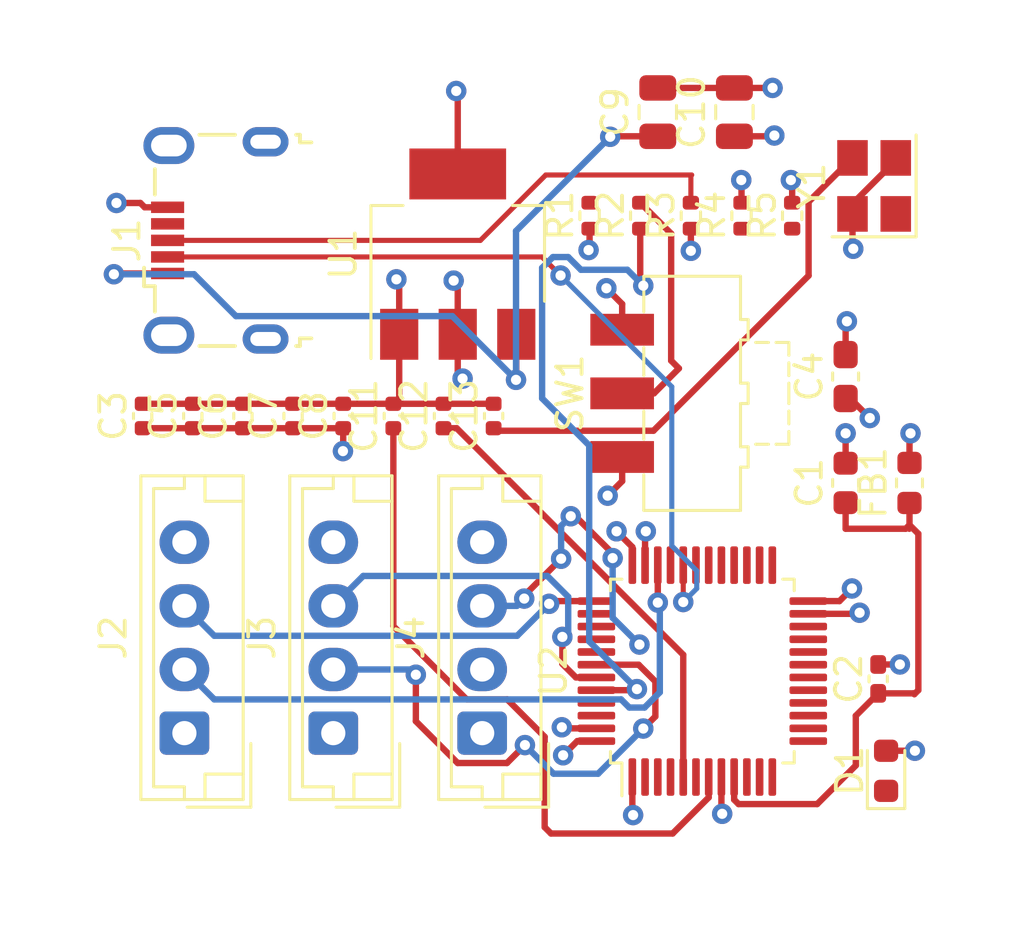
<source format=kicad_pcb>
(kicad_pcb (version 20221018) (generator pcbnew)
  (layers (0 "F.Cu" signal) (1 "In1.Cu" power "GND") (2 "In2.Cu" power "POWER") (31 "B.Cu" signal) (34 "B.Paste" user) (36 "B.SilkS" user "B.Silkscreen") (38 "B.Mask" user) (39 "F.Mask" user) (44 "Edge.Cuts" user))
  (net 0 "")
  (net 1 "+3.3VA")
  (net 2 "GND")
  (net 3 "+3.3V")
  (net 4 "VBUS")
  (net 5 "/NRST")
  (net 6 "/HSE_IN")
  (net 7 "/HSE_OUT")
  (net 8 "/Power_Led_k")
  (net 9 "/USB_D-")
  (net 10 "/USB_D+")
  (net 13 "/SW_DIO")
  (net 14 "/SW_CLK")
  (net 15 "/USART1_TX")
  (net 16 "/USART1_RX")
  (net 17 "/I2C2_SCL")
  (net 18 "/I2C2_SDA")
  (net 19 "/BOOT0")
  (net 20 "/SW_BOOT0")
  (footprint "Capacitor_SMD:C_0603_1608Metric" (layer "F.Cu") (at 152.85 89.5 90)
    (fp_text reference "C1" (at 0 -1.43 90) (layer "F.SilkS"))
    (fp_text value "10n")
    (pad "1" smd roundrect (at -0.775 0 90) (size 0.9 0.95) (layers "F.Cu" "F.Paste" "F.Mask") (net 1 "+3.3VA"))
    (pad "2" smd roundrect (at 0.775 0 90) (size 0.9 0.95) (layers "F.Cu" "F.Paste" "F.Mask") (net 2 "GND"))
  )
  (footprint "Capacitor_SMD:C_0402_1005Metric" (layer "F.Cu") (at 127.2 86.87 90)
    (fp_text reference "C5" (at 0 -1.16 90) (layer "F.SilkS"))
    (fp_text value "100n")
    (pad "1" smd roundrect (at -0.48 0 90) (size 0.56 0.62) (layers "F.Cu" "F.Paste" "F.Mask") (net 3 "+3.3V"))
    (pad "2" smd roundrect (at 0.48 0 90) (size 0.56 0.62) (layers "F.Cu" "F.Paste" "F.Mask") (net 2 "GND"))
  )
  (footprint "Package_TO_SOT_SMD:SOT-223-3_TabPin2" (layer "F.Cu") (at 137.61 80.51 90)
    (fp_text reference "U1" (at 0 -4.5 90) (layer "F.SilkS"))
    (fp_text value "AMS1117-3.3")
    (pad "1" smd rect (at -3.15 -2.3 90) (size 2 1.5) (layers "F.Cu" "F.Paste" "F.Mask") (net 2 "GND"))
    (pad "2" smd rect (at -3.15 0 90) (size 2 1.5) (layers "F.Cu" "F.Paste" "F.Mask") (net 3 "+3.3V"))
    (pad "2" smd rect (at 3.15 0 90) (size 2 3.8) (layers "F.Cu" "F.Paste" "F.Mask") (net 3 "+3.3V"))
    (pad "3" smd rect (at -3.15 2.3 90) (size 2 1.5) (layers "F.Cu" "F.Paste" "F.Mask") (net 4 "VBUS"))
  )
  (footprint "Capacitor_SMD:C_0402_1005Metric" (layer "F.Cu") (at 131.14 86.87 90)
    (fp_text reference "C7" (at 0 -1.16 90) (layer "F.SilkS"))
    (fp_text value "100n")
    (pad "1" smd roundrect (at -0.48 0 90) (size 0.56 0.62) (layers "F.Cu" "F.Paste" "F.Mask") (net 3 "+3.3V"))
    (pad "2" smd roundrect (at 0.48 0 90) (size 0.56 0.62) (layers "F.Cu" "F.Paste" "F.Mask") (net 2 "GND"))
  )
  (footprint "Connector_JST:JST_EH_B4B-EH-A_1x04_P2.50mm_Vertical" (layer "F.Cu") (at 126.87 99.33 90)
    (fp_text reference "J2" (at 3.75 -2.8 90) (layer "F.SilkS"))
    (fp_text value "Conn_01x04_Pin")
    (pad "1" thru_hole roundrect (at 0 0 90) (size 1.7 1.95) (drill 0.95) (layers "*.Cu" "*.Mask") (roundrect_rratio 0.147059) (net 3 "+3.3V"))
    (pad "2" thru_hole oval (at 2.5 0 90) (size 1.7 1.95) (drill 0.95) (layers "*.Cu" "*.Mask") (net 13 "/SW_DIO"))
    (pad "3" thru_hole oval (at 5 0 90) (size 1.7 1.95) (drill 0.95) (layers "*.Cu" "*.Mask") (net 14 "/SW_CLK"))
    (pad "4" thru_hole oval (at 7.5 0 90) (size 1.7 1.95) (drill 0.95) (layers "*.Cu" "*.Mask") (net 2 "GND"))
  )
  (footprint "Connector_JST:JST_EH_B4B-EH-A_1x04_P2.50mm_Vertical" (layer "F.Cu") (at 138.57 99.33 90)
    (fp_text reference "J4" (at 3.75 -2.8 90) (layer "F.SilkS"))
    (fp_text value "Conn_01x04_Pin")
    (pad "1" thru_hole roundrect (at 0 0 90) (size 1.7 1.95) (drill 0.95) (layers "*.Cu" "*.Mask") (roundrect_rratio 0.147059) (net 3 "+3.3V"))
    (pad "2" thru_hole oval (at 2.5 0 90) (size 1.7 1.95) (drill 0.95) (layers "*.Cu" "*.Mask") (net 17 "/I2C2_SCL"))
    (pad "3" thru_hole oval (at 5 0 90) (size 1.7 1.95) (drill 0.95) (layers "*.Cu" "*.Mask") (net 18 "/I2C2_SDA"))
    (pad "4" thru_hole oval (at 7.5 0 90) (size 1.7 1.95) (drill 0.95) (layers "*.Cu" "*.Mask") (net 2 "GND"))
  )
  (footprint "Capacitor_SMD:C_0805_2012Metric" (layer "F.Cu") (at 148.48 74.93 90)
    (fp_text reference "C10" (at 0 -1.68 90) (layer "F.SilkS"))
    (fp_text value "C")
    (pad "1" smd roundrect (at -0.95 0 90) (size 1 1.45) (layers "F.Cu" "F.Paste" "F.Mask") (net 3 "+3.3V"))
    (pad "2" smd roundrect (at 0.95 0 90) (size 1 1.45) (layers "F.Cu" "F.Paste" "F.Mask") (net 2 "GND"))
  )
  (footprint "Inductor_SMD:L_0603_1608Metric" (layer "F.Cu") (at 155.36 89.5 90)
    (fp_text reference "FB1" (at 0 -1.43 90) (layer "F.SilkS"))
    (fp_text value "120R")
    (pad "1" smd roundrect (at -0.7875 0 90) (size 0.875 0.95) (layers "F.Cu" "F.Paste" "F.Mask") (net 1 "+3.3VA"))
    (pad "2" smd roundrect (at 0.7875 0 90) (size 0.875 0.95) (layers "F.Cu" "F.Paste" "F.Mask") (net 3 "+3.3V"))
  )
  (footprint "Resistor_SMD:R_0402_1005Metric" (layer "F.Cu") (at 144.78 79 90)
    (fp_text reference "R2" (at 0 -1.17 90) (layer "F.SilkS"))
    (fp_text value "10K")
    (pad "1" smd roundrect (at -0.51 0 90) (size 0.54 0.64) (layers "F.Cu" "F.Paste" "F.Mask") (net 19 "/BOOT0"))
    (pad "2" smd roundrect (at 0.51 0 90) (size 0.54 0.64) (layers "F.Cu" "F.Paste" "F.Mask") (net 20 "/SW_BOOT0"))
  )
  (footprint "MountingHole:MountingHole_2.2mm_M2" (layer "F.Cu") (at 122.1 105.2)
    (fp_text reference "H4" hide)
    (fp_text value "MountingHole" hide)
    (pad "" np_thru_hole circle (at 0 0) (size 2.2 2.2) (drill 2.2) (layers "*.Cu" "*.Mask"))
  )
  (footprint "Capacitor_SMD:C_0402_1005Metric" (layer "F.Cu") (at 135.08 86.87 90)
    (fp_text reference "C11" (at 0 -1.16 90) (layer "F.SilkS"))
    (fp_text value "100n")
    (pad "1" smd roundrect (at -0.48 0 90) (size 0.56 0.62) (layers "F.Cu" "F.Paste" "F.Mask") (net 5 "/NRST"))
    (pad "2" smd roundrect (at 0.48 0 90) (size 0.56 0.62) (layers "F.Cu" "F.Paste" "F.Mask") (net 2 "GND"))
  )
  (footprint "Capacitor_SMD:C_0402_1005Metric" (layer "F.Cu") (at 137.05 86.87 90)
    (fp_text reference "C12" (at 0 -1.16 90) (layer "F.SilkS"))
    (fp_text value "10P")
    (pad "1" smd roundrect (at -0.48 0 90) (size 0.56 0.62) (layers "F.Cu" "F.Paste" "F.Mask") (net 6 "/HSE_IN"))
    (pad "2" smd roundrect (at 0.48 0 90) (size 0.56 0.62) (layers "F.Cu" "F.Paste" "F.Mask") (net 2 "GND"))
  )
  (footprint "MountingHole:MountingHole_2.2mm_M2" (layer "F.Cu") (at 157.4 104.75)
    (fp_text reference "H3" hide)
    (fp_text value "MountingHole" hide)
    (pad "" np_thru_hole circle (at 0 0) (size 2.2 2.2) (drill 2.2) (layers "*.Cu" "*.Mask"))
  )
  (footprint "MountingHole:MountingHole_2.2mm_M2" (layer "F.Cu") (at 122.45 73)
    (fp_text reference "H1" hide)
    (fp_text value "MountingHole" hide)
    (pad "" np_thru_hole circle (at 0 0) (size 2.2 2.2) (drill 2.2) (layers "*.Cu" "*.Mask"))
  )
  (footprint "Capacitor_SMD:C_0402_1005Metric_Pad0.74x0.62mm_HandSolder" (layer "F.Cu") (at 154.13 97.2 90)
    (fp_text reference "C2" (at 0 -1.16 90) (layer "F.SilkS"))
    (fp_text value "1u")
    (pad "1" smd roundrect (at -0.5675 0 90) (size 0.735 0.62) (layers "F.Cu" "F.Paste" "F.Mask") (net 1 "+3.3VA"))
    (pad "2" smd roundrect (at 0.5675 0 90) (size 0.735 0.62) (layers "F.Cu" "F.Paste" "F.Mask") (net 2 "GND"))
  )
  (footprint "Resistor_SMD:R_0402_1005Metric" (layer "F.Cu") (at 146.77 79 90)
    (fp_text reference "R3" (at 0 -1.17 90) (layer "F.SilkS"))
    (fp_text value "1K5")
    (pad "1" smd roundrect (at -0.51 0 90) (size 0.54 0.64) (layers "F.Cu" "F.Paste" "F.Mask") (net 3 "+3.3V"))
    (pad "2" smd roundrect (at 0.51 0 90) (size 0.54 0.64) (layers "F.Cu" "F.Paste" "F.Mask") (net 10 "/USB_D+"))
  )
  (footprint "Capacitor_SMD:C_0402_1005Metric" (layer "F.Cu") (at 125.23 86.87 90)
    (fp_text reference "C3" (at 0 -1.16 90) (layer "F.SilkS"))
    (fp_text value "1u")
    (pad "1" smd roundrect (at -0.48 0 90) (size 0.56 0.62) (layers "F.Cu" "F.Paste" "F.Mask") (net 3 "+3.3V"))
    (pad "2" smd roundrect (at 0.48 0 90) (size 0.56 0.62) (layers "F.Cu" "F.Paste" "F.Mask") (net 2 "GND"))
  )
  (footprint "Capacitor_SMD:C_0402_1005Metric" (layer "F.Cu") (at 139.02 86.87 90)
    (fp_text reference "C13" (at 0 -1.16 90) (layer "F.SilkS"))
    (fp_text value "10P")
    (pad "1" smd roundrect (at -0.48 0 90) (size 0.56 0.62) (layers "F.Cu" "F.Paste" "F.Mask") (net 7 "/HSE_OUT"))
    (pad "2" smd roundrect (at 0.48 0 90) (size 0.56 0.62) (layers "F.Cu" "F.Paste" "F.Mask") (net 2 "GND"))
  )
  (footprint "MountingHole:MountingHole_2.2mm_M2" (layer "F.Cu") (at 157.3 73.1)
    (fp_text reference "H2" hide)
    (fp_text value "MountingHole" hide)
    (pad "" np_thru_hole circle (at 0 0) (size 2.2 2.2) (drill 2.2) (layers "*.Cu" "*.Mask"))
  )
  (footprint "Connector_JST:JST_EH_B4B-EH-A_1x04_P2.50mm_Vertical" (layer "F.Cu") (at 132.72 99.33 90)
    (fp_text reference "J3" (at 3.75 -2.8 90) (layer "F.SilkS"))
    (fp_text value "Conn_01x04_Pin")
    (pad "1" thru_hole roundrect (at 0 0 90) (size 1.7 1.95) (drill 0.95) (layers "*.Cu" "*.Mask") (roundrect_rratio 0.147059) (net 3 "+3.3V"))
    (pad "2" thru_hole oval (at 2.5 0 90) (size 1.7 1.95) (drill 0.95) (layers "*.Cu" "*.Mask") (net 15 "/USART1_TX"))
    (pad "3" thru_hole oval (at 5 0 90) (size 1.7 1.95) (drill 0.95) (layers "*.Cu" "*.Mask") (net 16 "/USART1_RX"))
    (pad "4" thru_hole oval (at 7.5 0 90) (size 1.7 1.95) (drill 0.95) (layers "*.Cu" "*.Mask") (net 2 "GND"))
  )
  (footprint "Resistor_SMD:R_0402_1005Metric" (layer "F.Cu") (at 148.76 79 90)
    (fp_text reference "R4" (at 0 -1.17 90) (layer "F.SilkS"))
    (fp_text value "1K5")
    (pad "1" smd roundrect (at -0.51 0 90) (size 0.54 0.64) (layers "F.Cu" "F.Paste" "F.Mask") (net 17 "/I2C2_SCL"))
    (pad "2" smd roundrect (at 0.51 0 90) (size 0.54 0.64) (layers "F.Cu" "F.Paste" "F.Mask") (net 3 "+3.3V"))
  )
  (footprint "Capacitor_SMD:C_0805_2012Metric" (layer "F.Cu") (at 145.47 74.93 90)
    (fp_text reference "C9" (at 0 -1.68 90) (layer "F.SilkS"))
    (fp_text value "C")
    (pad "1" smd roundrect (at -0.95 0 90) (size 1 1.45) (layers "F.Cu" "F.Paste" "F.Mask") (net 4 "VBUS"))
    (pad "2" smd roundrect (at 0.95 0 90) (size 1 1.45) (layers "F.Cu" "F.Paste" "F.Mask") (net 2 "GND"))
  )
  (footprint "Connector_USB:USB_Micro-B_Wuerth_629105150521" (layer "F.Cu") (at 128.11 79.97 90)
    (fp_text reference "J1" (at 0 -3.5 90) (layer "F.SilkS"))
    (fp_text value "USB_B_Micro")
    (pad "" np_thru_hole oval (at -2.5 -0.8 90) (size 0.8 0.8) (drill 0.8) (layers "*.Cu" "*.Mask"))
    (pad "" np_thru_hole oval (at 2.5 -0.8 90) (size 0.8 0.8) (drill 0.8) (layers "*.Cu" "*.Mask"))
    (pad "1" smd rect (at -1.3 -1.9 90) (size 0.45 1.3) (layers "F.Cu" "F.Paste" "F.Mask") (net 4 "VBUS"))
    (pad "2" smd rect (at -0.65 -1.9 90) (size 0.45 1.3) (layers "F.Cu" "F.Paste" "F.Mask") (net 9 "/USB_D-"))
    (pad "3" smd rect (at 0 -1.9 90) (size 0.45 1.3) (layers "F.Cu" "F.Paste" "F.Mask") (net 10 "/USB_D+"))
    (pad "4" smd rect (at 0.65 -1.9 90) (size 0.45 1.3) (layers "F.Cu" "F.Paste" "F.Mask"))
    (pad "5" smd rect (at 1.3 -1.9 90) (size 0.45 1.3) (layers "F.Cu" "F.Paste" "F.Mask") (net 2 "GND"))
    (pad "6" thru_hole oval (at -3.875 1.95 90) (size 1.15 1.8) (drill oval 0.55 1.2) (layers "*.Cu" "*.Mask"))
    (pad "6" thru_hole oval (at -3.725 -1.85 90) (size 1.45 2) (drill oval 0.85 1.4) (layers "*.Cu" "*.Mask"))
    (pad "6" thru_hole oval (at 3.725 -1.85 90) (size 1.45 2) (drill oval 0.85 1.4) (layers "*.Cu" "*.Mask"))
    (pad "6" thru_hole oval (at 3.875 1.95 90) (size 1.15 1.8) (drill oval 0.55 1.2) (layers "*.Cu" "*.Mask"))
  )
  (footprint "Capacitor_SMD:C_0603_1608Metric_Pad1.08x0.95mm_HandSolder" (layer "F.Cu") (at 152.85 85.32 90)
    (fp_text reference "C4" (at 0 -1.43 90) (layer "F.SilkS"))
    (fp_text value "10u")
    (pad "1" smd roundrect (at -0.8625 0 90) (size 1.075 0.95) (layers "F.Cu" "F.Paste" "F.Mask") (net 3 "+3.3V"))
    (pad "2" smd roundrect (at 0.8625 0 90) (size 1.075 0.95) (layers "F.Cu" "F.Paste" "F.Mask") (net 2 "GND"))
  )
  (footprint "Resistor_SMD:R_0402_1005Metric" (layer "F.Cu") (at 150.75 79 90)
    (fp_text reference "R5" (at 0 -1.17 90) (layer "F.SilkS"))
    (fp_text value "1K5")
    (pad "1" smd roundrect (at -0.51 0 90) (size 0.54 0.64) (layers "F.Cu" "F.Paste" "F.Mask") (net 18 "/I2C2_SDA"))
    (pad "2" smd roundrect (at 0.51 0 90) (size 0.54 0.64) (layers "F.Cu" "F.Paste" "F.Mask") (net 3 "+3.3V"))
  )
  (footprint "Button_Switch_SMD:SW_SPDT_CK-JS102011SAQN" (layer "F.Cu") (at 146.82 85.98 90)
    (fp_text reference "SW1" (at 0 -4.8 90) (layer "F.SilkS"))
    (fp_text value "SW_SPDT")
    (pad "" np_thru_hole circle (at -3.4 0 90) (size 0.9 0.9) (drill 0.9) (layers "*.Cu" "*.Mask"))
    (pad "" np_thru_hole circle (at 3.4 0 90) (size 0.9 0.9) (drill 0.9) (layers "*.Cu" "*.Mask"))
    (pad "1" smd rect (at -2.5 -2.75 90) (size 1.25 2.5) (layers "F.Cu" "F.Paste" "F.Mask") (net 2 "GND"))
    (pad "2" smd rect (at 0 -2.75 90) (size 1.25 2.5) (layers "F.Cu" "F.Paste" "F.Mask") (net 20 "/SW_BOOT0"))
    (pad "3" smd rect (at 2.5 -2.75 90) (size 1.25 2.5) (layers "F.Cu" "F.Paste" "F.Mask") (net 3 "+3.3V"))
  )
  (footprint "LED_SMD:LED_0603_1608Metric" (layer "F.Cu") (at 154.44 100.81 90)
    (fp_text reference "D1" (at 0 -1.43 90) (layer "F.SilkS"))
    (fp_text value "RED")
    (pad "1" smd roundrect (at -0.7875 0 90) (size 0.875 0.95) (layers "F.Cu" "F.Paste" "F.Mask") (net 8 "/Power_Led_k"))
    (pad "2" smd roundrect (at 0.7875 0 90) (size 0.875 0.95) (layers "F.Cu" "F.Paste" "F.Mask") (net 3 "+3.3V"))
  )
  (footprint "Capacitor_SMD:C_0402_1005Metric" (layer "F.Cu") (at 129.17 86.87 90)
    (fp_text reference "C6" (at 0 -1.16 90) (layer "F.SilkS"))
    (fp_text value "100n")
    (pad "1" smd roundrect (at -0.48 0 90) (size 0.56 0.62) (layers "F.Cu" "F.Paste" "F.Mask") (net 3 "+3.3V"))
    (pad "2" smd roundrect (at 0.48 0 90) (size 0.56 0.62) (layers "F.Cu" "F.Paste" "F.Mask") (net 2 "GND"))
  )
  (footprint "Package_QFP:LQFP-48_7x7mm_P0.5mm" (layer "F.Cu") (at 147.22 96.8925 90)
    (fp_text reference "U2" (at 0 -5.85 90) (layer "F.SilkS"))
    (fp_text value "STM32F103CBTx")
    (pad "1" smd roundrect (at -4.1625 -2.75 90) (size 1.475 0.3) (layers "F.Cu" "F.Paste" "F.Mask") (net 3 "+3.3V"))
    (pad "2" smd roundrect (at -4.1625 -2.25 90) (size 1.475 0.3) (layers "F.Cu" "F.Paste" "F.Mask"))
    (pad "3" smd roundrect (at -4.1625 -1.75 90) (size 1.475 0.3) (layers "F.Cu" "F.Paste" "F.Mask"))
    (pad "4" smd roundrect (at -4.1625 -1.25 90) (size 1.475 0.3) (layers "F.Cu" "F.Paste" "F.Mask"))
    (pad "5" smd roundrect (at -4.1625 -0.75 90) (size 1.475 0.3) (layers "F.Cu" "F.Paste" "F.Mask") (net 6 "/HSE_IN"))
    (pad "6" smd roundrect (at -4.1625 -0.25 90) (size 1.475 0.3) (layers "F.Cu" "F.Paste" "F.Mask") (net 7 "/HSE_OUT"))
    (pad "7" smd roundrect (at -4.1625 0.25 90) (size 1.475 0.3) (layers "F.Cu" "F.Paste" "F.Mask") (net 5 "/NRST"))
    (pad "8" smd roundrect (at -4.1625 0.75 90) (size 1.475 0.3) (layers "F.Cu" "F.Paste" "F.Mask") (net 2 "GND"))
    (pad "9" smd roundrect (at -4.1625 1.25 90) (size 1.475 0.3) (layers "F.Cu" "F.Paste" "F.Mask") (net 1 "+3.3VA"))
    (pad "10" smd roundrect (at -4.1625 1.75 90) (size 1.475 0.3) (layers "F.Cu" "F.Paste" "F.Mask"))
    (pad "11" smd roundrect (at -4.1625 2.25 90) (size 1.475 0.3) (layers "F.Cu" "F.Paste" "F.Mask"))
    (pad "12" smd roundrect (at -4.1625 2.75 90) (size 1.475 0.3) (layers "F.Cu" "F.Paste" "F.Mask"))
    (pad "13" smd roundrect (at -2.75 4.1625 90) (size 0.3 1.475) (layers "F.Cu" "F.Paste" "F.Mask"))
    (pad "14" smd roundrect (at -2.25 4.1625 90) (size 0.3 1.475) (layers "F.Cu" "F.Paste" "F.Mask"))
    (pad "15" smd roundrect (at -1.75 4.1625 90) (size 0.3 1.475) (layers "F.Cu" "F.Paste" "F.Mask"))
    (pad "16" smd roundrect (at -1.25 4.1625 90) (size 0.3 1.475) (layers "F.Cu" "F.Paste" "F.Mask"))
    (pad "17" smd roundrect (at -0.75 4.1625 90) (size 0.3 1.475) (layers "F.Cu" "F.Paste" "F.Mask"))
    (pad "18" smd roundrect (at -0.25 4.1625 90) (size 0.3 1.475) (layers "F.Cu" "F.Paste" "F.Mask"))
    (pad "19" smd roundrect (at 0.25 4.1625 90) (size 0.3 1.475) (layers "F.Cu" "F.Paste" "F.Mask"))
    (pad "20" smd roundrect (at 0.75 4.1625 90) (size 0.3 1.475) (layers "F.Cu" "F.Paste" "F.Mask"))
    (pad "21" smd roundrect (at 1.25 4.1625 90) (size 0.3 1.475) (layers "F.Cu" "F.Paste" "F.Mask") (net 17 "/I2C2_SCL"))
    (pad "22" smd roundrect (at 1.75 4.1625 90) (size 0.3 1.475) (layers "F.Cu" "F.Paste" "F.Mask") (net 18 "/I2C2_SDA"))
    (pad "23" smd roundrect (at 2.25 4.1625 90) (size 0.3 1.475) (layers "F.Cu" "F.Paste" "F.Mask") (net 2 "GND"))
    (pad "24" smd roundrect (at 2.75 4.1625 90) (size 0.3 1.475) (layers "F.Cu" "F.Paste" "F.Mask") (net 3 "+3.3V"))
    (pad "25" smd roundrect (at 4.1625 2.75 90) (size 1.475 0.3) (layers "F.Cu" "F.Paste" "F.Mask"))
    (pad "26" smd roundrect (at 4.1625 2.25 90) (size 1.475 0.3) (layers "F.Cu" "F.Paste" "F.Mask"))
    (pad "27" smd roundrect (at 4.1625 1.75 90) (size 1.475 0.3) (layers "F.Cu" "F.Paste" "F.Mask"))
    (pad "28" smd roundrect (at 4.1625 1.25 90) (size 1.475 0.3) (layers "F.Cu" "F.Paste" "F.Mask"))
    (pad "29" smd roundrect (at 4.1625 0.75 90) (size 1.475 0.3) (layers "F.Cu" "F.Paste" "F.Mask"))
    (pad "30" smd roundrect (at 4.1625 0.25 90) (size 1.475 0.3) (layers "F.Cu" "F.Paste" "F.Mask"))
    (pad "31" smd roundrect (at 4.1625 -0.25 90) (size 1.475 0.3) (layers "F.Cu" "F.Paste" "F.Mask"))
    (pad "32" smd roundrect (at 4.1625 -0.75 90) (size 1.475 0.3) (layers "F.Cu" "F.Paste" "F.Mask") (net 9 "/USB_D-"))
    (pad "33" smd roundrect (at 4.1625 -1.25 90) (size 1.475 0.3) (layers "F.Cu" "F.Paste" "F.Mask") (net 10 "/USB_D+"))
    (pad "34" smd roundrect (at 4.1625 -1.75 90) (size 1.475 0.3) (layers "F.Cu" "F.Paste" "F.Mask") (net 13 "/SW_DIO"))
    (pad "35" smd roundrect (at 4.1625 -2.25 90) (size 1.475 0.3) (layers "F.Cu" "F.Paste" "F.Mask") (net 2 "GND"))
    (pad "36" smd roundrect (at 4.1625 -2.75 90) (size 1.475 0.3) (layers "F.Cu" "F.Paste" "F.Mask") (net 3 "+3.3V"))
    (pad "37" smd roundrect (at 2.75 -4.1625 90) (size 0.3 1.475) (layers "F.Cu" "F.Paste" "F.Mask") (net 14 "/SW_CLK"))
    (pad "38" smd roundrect (at 2.25 -4.1625 90) (size 0.3 1.475) (layers "F.Cu" "F.Paste" "F.Mask"))
    (pad "39" smd roundrect (at 1.75 -4.1625 90) (size 0.3 1.475) (layers "F.Cu" "F.Paste" "F.Mask"))
    (pad "40" smd roundrect (at 1.25 -4.1625 90) (size 0.3 1.475) (layers "F.Cu" "F.Paste" "F.Mask"))
    (pad "41" smd roundrect (at 0.75 -4.1625 90) (size 0.3 1.475) (layers "F.Cu" "F.Paste" "F.Mask"))
    (pad "42" smd roundrect (at 0.25 -4.1625 90) (size 0.3 1.475) (layers "F.Cu" "F.Paste" "F.Mask") (net 15 "/USART1_TX"))
    (pad "43" smd roundrect (at -0.25 -4.1625 90) (size 0.3 1.475) (layers "F.Cu" "F.Paste" "F.Mask") (net 16 "/USART1_RX"))
    (pad "44" smd roundrect (at -0.75 -4.1625 90) (size 0.3 1.475) (layers "F.Cu" "F.Paste" "F.Mask") (net 19 "/BOOT0"))
    (pad "45" smd roundrect (at -1.25 -4.1625 90) (size 0.3 1.475) (layers "F.Cu" "F.Paste" "F.Mask"))
    (pad "46" smd roundrect (at -1.75 -4.1625 90) (size 0.3 1.475) (layers "F.Cu" "F.Paste" "F.Mask"))
    (pad "47" smd roundrect (at -2.25 -4.1625 90) (size 0.3 1.475) (layers "F.Cu" "F.Paste" "F.Mask") (net 2 "GND"))
    (pad "48" smd roundrect (at -2.75 -4.1625 90) (size 0.3 1.475) (layers "F.Cu" "F.Paste" "F.Mask") (net 3 "+3.3V"))
  )
  (footprint "Crystal:Crystal_SMD_3225-4Pin_3.2x2.5mm" (layer "F.Cu") (at 153.97 77.83 90)
    (fp_text reference "Y1" (at 0 -2.45 90) (layer "F.SilkS"))
    (fp_text value "16Mz")
    (pad "1" smd rect (at -1.1 0.85 90) (size 1.4 1.2) (layers "F.Cu" "F.Paste" "F.Mask") (net 6 "/HSE_IN"))
    (pad "2" smd rect (at 1.1 0.85 90) (size 1.4 1.2) (layers "F.Cu" "F.Paste" "F.Mask") (net 2 "GND"))
    (pad "3" smd rect (at 1.1 -0.85 90) (size 1.4 1.2) (layers "F.Cu" "F.Paste" "F.Mask") (net 7 "/HSE_OUT"))
    (pad "4" smd rect (at -1.1 -0.85 90) (size 1.4 1.2) (layers "F.Cu" "F.Paste" "F.Mask") (net 2 "GND"))
  )
  (footprint "Capacitor_SMD:C_0402_1005Metric" (layer "F.Cu") (at 133.11 86.87 90)
    (fp_text reference "C8" (at 0 -1.16 90) (layer "F.SilkS"))
    (fp_text value "100n")
    (pad "1" smd roundrect (at -0.48 0 90) (size 0.56 0.62) (layers "F.Cu" "F.Paste" "F.Mask") (net 3 "+3.3V"))
    (pad "2" smd roundrect (at 0.48 0 90) (size 0.56 0.62) (layers "F.Cu" "F.Paste" "F.Mask") (net 2 "GND"))
  )
  (footprint "Resistor_SMD:R_0402_1005Metric" (layer "F.Cu") (at 142.79 79 90)
    (fp_text reference "R1" (at 0 -1.17 90) (layer "F.SilkS"))
    (fp_text value "1K5")
    (pad "1" smd roundrect (at -0.51 0 90) (size 0.54 0.64) (layers "F.Cu" "F.Paste" "F.Mask") (net 2 "GND"))
    (pad "2" smd roundrect (at 0.51 0 90) (size 0.54 0.64) (layers "F.Cu" "F.Paste" "F.Mask") (net 8 "/Power_Led_k"))
  )
  (segment (start 155.36 91.29) (end 155.35 91.3) (width 0.25) (layer "F.Cu") (net 1))
  (segment (start 151.7325 102.1175) (end 153.25 100.6) (width 0.25) (layer "F.Cu") (net 1))
  (segment (start 148.47 101.944695) (end 148.642805 102.1175) (width 0.25) (layer "F.Cu") (net 1))
  (segment (start 152.85 91.3) (end 155.21 91.3) (width 0.25) (layer "F.Cu") (net 1))
  (segment (start 155.36 90.2875) (end 155.36 91.15) (width 0.25) (layer "F.Cu") (net 1))
  (segment (start 155.7075 91.4975) (end 155.36 91.15) (width 0.25) (layer "F.Cu") (net 1))
  (segment (start 152.85 90.275) (end 152.85 91.3) (width 0.25) (layer "F.Cu") (net 1))
  (segment (start 153.25 100.6) (end 153.25 98.6475) (width 0.25) (layer "F.Cu") (net 1))
  (segment (start 155.21 91.3) (end 155.36 91.15) (width 0.25) (layer "F.Cu") (net 1))
  (segment (start 155.5175 97.7675) (end 155.55 97.8) (width 0.25) (layer "F.Cu") (net 1))
  (segment (start 155.7075 97.6425) (end 155.7075 91.4975) (width 0.25) (layer "F.Cu") (net 1))
  (segment (start 148.642805 102.1175) (end 151.7325 102.1175) (width 0.25) (layer "F.Cu") (net 1))
  (segment (start 155.55 97.8) (end 155.7075 97.6425) (width 0.25) (layer "F.Cu") (net 1))
  (segment (start 153.25 98.6475) (end 154.13 97.7675) (width 0.25) (layer "F.Cu") (net 1))
  (segment (start 148.47 101.055) (end 148.47 101.944695) (width 0.25) (layer "F.Cu") (net 1))
  (segment (start 154.13 97.7675) (end 155.5175 97.7675) (width 0.25) (layer "F.Cu") (net 1))
  (segment (start 155.36 91.15) (end 155.36 91.29) (width 0.25) (layer "F.Cu") (net 1))
  (segment (start 152.85 84.4575) (end 152.85 83.2) (width 0.25) (layer "F.Cu") (net 2))
  (segment (start 145.47 73.98) (end 148.48 73.98) (width 0.25) (layer "F.Cu") (net 2))
  (segment (start 154.82 76.73) (end 154.82 76.83) (width 0.25) (layer "F.Cu") (net 2))
  (segment (start 153.3575 94.6425) (end 153.4 94.6) (width 0.25) (layer "F.Cu") (net 2))
  (segment (start 137.05 86.39) (end 139.02 86.39) (width 0.25) (layer "F.Cu") (net 2))
  (segment (start 133.11 86.39) (end 135.08 86.39) (width 0.25) (layer "F.Cu") (net 2))
  (segment (start 150 74) (end 149.98 73.98) (width 0.25) (layer "F.Cu") (net 2))
  (segment (start 129.17 86.39) (end 131.14 86.39) (width 0.25) (layer "F.Cu") (net 2))
  (segment (start 144.07 89.43) (end 143.5 90) (width 0.25) (layer "F.Cu") (net 2))
  (segment (start 141.7425 99.1425) (end 141.7 99.1) (width 0.25) (layer "F.Cu") (net 2))
  (segment (start 125.31 78.67) (end 125.14 78.5) (width 0.25) (layer "F.Cu") (net 2))
  (segment (start 151.3825 94.6425) (end 153.3575 94.6425) (width 0.25) (layer "F.Cu") (net 2))
  (segment (start 153.12 78.93) (end 153.12 80.27) (width 0.25) (layer "F.Cu") (net 2))
  (segment (start 144.97 91.43) (end 145 91.4) (width 0.25) (layer "F.Cu") (net 2))
  (segment (start 125.14 78.5) (end 124.2 78.5) (width 0.25) (layer "F.Cu") (net 2))
  (segment (start 154.13 96.6325) (end 154.9825 96.6325) (width 0.25) (layer "F.Cu") (net 2))
  (segment (start 147.97 101.055) (end 147.97 102.47) (width 0.25) (layer "F.Cu") (net 2))
  (segment (start 135.31 81.61) (end 135.2 81.5) (width 0.25) (layer "F.Cu") (net 2))
  (segment (start 126.21 78.67) (end 125.31 78.67) (width 0.25) (layer "F.Cu") (net 2))
  (segment (start 135.08 86.39) (end 135.31 86.16) (width 0.25) (layer "F.Cu") (net 2))
  (segment (start 135.31 86.16) (end 135.31 83.66) (width 0.25) (layer "F.Cu") (net 2))
  (segment (start 153.12 80.27) (end 153.15 80.3) (width 0.25) (layer "F.Cu") (net 2))
  (segment (start 143.0575 99.1425) (end 141.7425 99.1425) (width 0.25) (layer "F.Cu") (net 2))
  (segment (start 142.79 79.51) (end 142.79 80.31) (width 0.25) (layer "F.Cu") (net 2))
  (segment (start 155.05 96.7) (end 154.9825 96.6325) (width 0.25) (layer "F.Cu") (net 2))
  (segment (start 152.85 83.2) (end 152.9 83.15) (width 0.25) (layer "F.Cu") (net 2))
  (segment (start 144.97 92.73) (end 144.97 91.43) (width 0.25) (layer "F.Cu") (net 2))
  (segment (start 152.85 88.725) (end 152.85 87.55) (width 0.25) (layer "F.Cu") (net 2))
  (segment (start 154.82 76.83) (end 153.12 78.53) (width 0.25) (layer "F.Cu") (net 2))
  (segment (start 144.07 88.48) (end 144.07 89.43) (width 0.25) (layer "F.Cu") (net 2))
  (segment (start 125.23 86.39) (end 127.2 86.39) (width 0.25) (layer "F.Cu") (net 2))
  (segment (start 131.14 86.39) (end 133.11 86.39) (width 0.25) (layer "F.Cu") (net 2))
  (segment (start 147.97 102.47) (end 148 102.5) (width 0.25) (layer "F.Cu") (net 2))
  (segment (start 135.31 83.66) (end 135.31 81.61) (width 0.25) (layer "F.Cu") (net 2))
  (segment (start 153.12 78.53) (end 153.12 78.93) (width 0.25) (layer "F.Cu") (net 2))
  (segment (start 148.48 73.98) (end 149.98 73.98) (width 0.25) (layer "F.Cu") (net 2))
  (segment (start 135.08 86.39) (end 137.05 86.39) (width 0.25) (layer "F.Cu") (net 2))
  (segment (start 127.2 86.39) (end 129.17 86.39) (width 0.25) (layer "F.Cu") (net 2))
  (segment (start 142.79 80.31) (end 142.75 80.35) (width 0.25) (layer "F.Cu") (net 2))
  (via (at 145 91.4) (size 0.8) (drill 0.4) (layers "F.Cu" "B.Cu") (net 2))
  (via (at 149.98 73.98) (size 0.8) (drill 0.4) (layers "F.Cu" "B.Cu") (net 2))
  (via (at 141.7 99.1) (size 0.8) (drill 0.4) (layers "F.Cu" "B.Cu") (net 2))
  (via (at 154.9825 96.6325) (size 0.8) (drill 0.4) (layers "F.Cu" "B.Cu") (net 2))
  (via (at 142.75 80.35) (size 0.8) (drill 0.4) (layers "F.Cu" "B.Cu") (net 2))
  (via (at 124.2 78.5) (size 0.8) (drill 0.4) (layers "F.Cu" "B.Cu") (net 2))
  (via (at 135.2 81.5) (size 0.8) (drill 0.4) (layers "F.Cu" "B.Cu") (net 2))
  (via (at 152.85 87.55) (size 0.8) (drill 0.4) (layers "F.Cu" "B.Cu") (net 2))
  (via (at 153.4 94.6) (size 0.8) (drill 0.4) (layers "F.Cu" "B.Cu") (net 2))
  (via (at 148 102.5) (size 0.8) (drill 0.4) (layers "F.Cu" "B.Cu") (net 2))
  (via (at 152.9 83.15) (size 0.8) (drill 0.4) (layers "F.Cu" "B.Cu") (net 2))
  (via (at 153.15 80.3) (size 0.8) (drill 0.4) (layers "F.Cu" "B.Cu") (net 2))
  (via (at 143.5 90) (size 0.8) (drill 0.4) (layers "F.Cu" "B.Cu") (net 2))
  (segment (start 133.11 88.24) (end 133.1 88.25) (width 0.25) (layer "F.Cu") (net 3))
  (segment (start 144.47 92.02) (end 143.85 91.4) (width 0.25) (layer "F.Cu") (net 3))
  (segment (start 137.61 81.71) (end 137.45 81.55) (width 0.25) (layer "F.Cu") (net 3))
  (segment (start 146.77 79.51) (end 146.77 80.38) (width 0.25) (layer "F.Cu") (net 3))
  (segment (start 153.099018 93.649018) (end 153.099018 93.646891) (width 0.25) (layer "F.Cu") (net 3))
  (segment (start 148.48 75.88) (end 150.02 75.88) (width 0.25) (layer "F.Cu") (net 3))
  (segment (start 155.36 87.59) (end 155.4 87.55) (width 0.25) (layer "F.Cu") (net 3))
  (segment (start 146.75 80.4) (end 146.77 80.38) (width 0.25) (layer "F.Cu") (net 3))
  (segment (start 153.1 93.65) (end 153.099018 93.649018) (width 0.25) (layer "F.Cu") (net 3))
  (segment (start 153.0325 86.1825) (end 153.8 86.95) (width 0.25) (layer "F.Cu") (net 3))
  (segment (start 144.47 101.055) (end 144.47 102.52) (width 0.25) (layer "F.Cu") (net 3))
  (segment (start 137.61 74.16) (end 137.55 74.1) (width 0.25) (layer "F.Cu") (net 3))
  (segment (start 151.3825 94.1425) (end 152.6075 94.1425) (width 0.25) (layer "F.Cu") (net 3))
  (segment (start 155.36 88.7125) (end 155.36 87.59) (width 0.25) (layer "F.Cu") (net 3))
  (segment (start 148.76 77.61) (end 148.75 77.6) (width 0.25) (layer "F.Cu") (net 3))
  (segment (start 137.61 83.66) (end 137.61 81.71) (width 0.25) (layer "F.Cu") (net 3))
  (segment (start 148.48 75.67) (end 148.5 75.65) (width 0.25) (layer "F.Cu") (net 3))
  (segment (start 137.61 77.36) (end 137.61 74.16) (width 0.25) (layer "F.Cu") (net 3))
  (segment (start 125.23 87.35) (end 127.2 87.35) (width 0.25) (layer "F.Cu") (net 3))
  (segment (start 133.11 87.35) (end 133.11 88.24) (width 0.25) (layer "F.Cu") (net 3))
  (segment (start 150.02 75.88) (end 150.05 75.85) (width 0.25) (layer "F.Cu") (net 3))
  (segment (start 131.14 87.35) (end 133.11 87.35) (width 0.25) (layer "F.Cu") (net 3))
  (segment (start 143.0575 99.6425) (end 142.3075 99.6425) (width 0.25) (layer "F.Cu") (net 3))
  (segment (start 150.75 77.65) (end 150.7 77.6) (width 0.25) (layer "F.Cu") (net 3))
  (segment (start 144.47 92.73) (end 144.47 92.02) (width 0.25) (layer "F.Cu") (net 3))
  (segment (start 144.07 83.48) (end 144.07 82.47) (width 0.25) (layer "F.Cu") (net 3))
  (segment (start 127.2 87.35) (end 129.17 87.35) (width 0.25) (layer "F.Cu") (net 3))
  (segment (start 137.61 83.66) (end 137.61 85.21) (width 0.25) (layer "F.Cu") (net 3))
  (segment (start 152.85 86.1825) (end 153.0325 86.1825) (width 0.25) (layer "F.Cu") (net 3))
  (segment (start 129.17 87.35) (end 131.14 87.35) (width 0.25) (layer "F.Cu") (net 3))
  (segment (start 144.07 82.47) (end 143.45 81.85) (width 0.25) (layer "F.Cu") (net 3))
  (segment (start 154.44 100.0225) (end 155.5725 100.0225) (width 0.25) (layer "F.Cu") (net 3))
  (segment (start 144.47 102.52) (end 144.5 102.55) (width 0.25) (layer "F.Cu") (net 3))
  (segment (start 148.76 78.49) (end 148.76 77.61) (width 0.25) (layer "F.Cu") (net 3))
  (segment (start 152.6075 94.1425) (end 153.1 93.65) (width 0.25) (layer "F.Cu") (net 3))
  (segment (start 155.6 100.05) (end 155.5725 100.0225) (width 0.25) (layer "F.Cu") (net 3))
  (segment (start 137.61 85.21) (end 137.8 85.4) (width 0.25) (layer "F.Cu") (net 3))
  (segment (start 142.3075 99.6425) (end 141.75 100.2) (width 0.25) (layer "F.Cu") (net 3))
  (segment (start 150.75 78.49) (end 150.75 77.65) (width 0.25) (layer "F.Cu") (net 3))
  (via (at 143.85 91.4) (size 0.8) (drill 0.4) (layers "F.Cu" "B.Cu") (net 3))
  (via (at 153.099018 93.646891) (size 0.8) (drill 0.4) (layers "F.Cu" "B.Cu") (net 3))
  (via (at 143.45 81.85) (size 0.8) (drill 0.4) (layers "F.Cu" "B.Cu") (net 3))
  (via (at 133.1 88.25) (size 0.8) (drill 0.4) (layers "F.Cu" "B.Cu") (net 3))
  (via (at 146.77 80.38) (size 0.8) (drill 0.4) (layers "F.Cu" "B.Cu") (net 3))
  (via (at 141.75 100.2) (size 0.8) (drill 0.4) (layers "F.Cu" "B.Cu") (net 3))
  (via (at 155.5725 100.0225) (size 0.8) (drill 0.4) (layers "F.Cu" "B.Cu") (net 3))
  (via (at 137.8 85.4) (size 0.8) (drill 0.4) (layers "F.Cu" "B.Cu") (net 3))
  (via (at 137.45 81.55) (size 0.8) (drill 0.4) (layers "F.Cu" "B.Cu") (net 3))
  (via (at 150.05 75.85) (size 0.8) (drill 0.4) (layers "F.Cu" "B.Cu") (net 3))
  (via (at 148.75 77.6) (size 0.8) (drill 0.4) (layers "F.Cu" "B.Cu") (net 3))
  (via (at 155.4 87.55) (size 0.8) (drill 0.4) (layers "F.Cu" "B.Cu") (net 3))
  (via (at 153.8 86.95) (size 0.8) (drill 0.4) (layers "F.Cu" "B.Cu") (net 3))
  (via (at 144.5 102.55) (size 0.8) (drill 0.4) (layers "F.Cu" "B.Cu") (net 3))
  (via (at 150.7 77.6) (size 0.8) (drill 0.4) (layers "F.Cu" "B.Cu") (net 3))
  (via (at 137.55 74.1) (size 0.8) (drill 0.4) (layers "F.Cu" "B.Cu") (net 3))
  (segment (start 138.57 99.33) (end 138.99 99.75) (width 0.25) (layer "B.Cu") (net 3))
  (segment (start 145.47 75.88) (end 143.62 75.88) (width 0.25) (layer "F.Cu") (net 4))
  (segment (start 145.67 75.88) (end 145.75 75.8) (width 0.25) (layer "F.Cu") (net 4))
  (segment (start 126.21 81.27) (end 124.13 81.27) (width 0.25) (layer "F.Cu") (net 4))
  (segment (start 143.62 75.88) (end 143.6 75.9) (width 0.25) (layer "F.Cu") (net 4))
  (segment (start 124.13 81.27) (end 124.1 81.3) (width 0.25) (layer "F.Cu") (net 4))
  (segment (start 139.91 83.66) (end 139.91 85.44) (width 0.25) (layer "F.Cu") (net 4))
  (segment (start 139.91 85.44) (end 139.9 85.45) (width 0.25) (layer "F.Cu") (net 4))
  (via (at 143.6 75.9) (size 0.8) (drill 0.4) (layers "F.Cu" "B.Cu") (net 4))
  (via (at 124.1 81.3) (size 0.8) (drill 0.4) (layers "F.Cu" "B.Cu") (net 4))
  (via (at 139.9 85.45) (size 0.8) (drill 0.4) (layers "F.Cu" "B.Cu") (net 4))
  (segment (start 127.25 81.3) (end 124.1 81.3) (width 0.25) (layer "B.Cu") (net 4))
  (segment (start 139.9 79.6) (end 143.6 75.9) (width 0.25) (layer "B.Cu") (net 4))
  (segment (start 128.895 82.945) (end 127.25 81.3) (width 0.25) (layer "B.Cu") (net 4))
  (segment (start 139.9 85.45) (end 139.9 79.6) (width 0.25) (layer "B.Cu") (net 4))
  (segment (start 137.395 82.945) (end 128.895 82.945) (width 0.25) (layer "B.Cu") (net 4))
  (segment (start 139.9 85.45) (end 137.395 82.945) (width 0.25) (layer "B.Cu") (net 4))
  (segment (start 141.025 103.025) (end 141.275 103.275) (width 0.25) (layer "F.Cu") (net 5))
  (segment (start 141.275 103.275) (end 146.053185 103.275) (width 0.25) (layer "F.Cu") (net 5))
  (segment (start 146.053185 103.275) (end 147.47 101.858185) (width 0.25) (layer "F.Cu") (net 5))
  (segment (start 135.08 95.126701) (end 137.958299 98.005) (width 0.25) (layer "F.Cu") (net 5))
  (segment (start 135.08 87.35) (end 135.08 95.126701) (width 0.25) (layer "F.Cu") (net 5))
  (segment (start 139.555 98.005) (end 141.025 99.475) (width 0.25) (layer "F.Cu") (net 5))
  (segment (start 137.958299 98.005) (end 139.555 98.005) (width 0.25) (layer "F.Cu") (net 5))
  (segment (start 147.47 101.858185) (end 147.47 101.055) (width 0.25) (layer "F.Cu") (net 5))
  (segment (start 141.025 99.475) (end 141.025 103.025) (width 0.25) (layer "F.Cu") (net 5))
  (segment (start 137.568185 87.35) (end 146.47 96.251815) (width 0.25) (layer "F.Cu") (net 6))
  (segment (start 137.05 87.35) (end 137.568185 87.35) (width 0.25) (layer "F.Cu") (net 6))
  (segment (start 146.47 96.251815) (end 146.47 101.055) (width 0.25) (layer "F.Cu") (net 6))
  (segment (start 145.3 87.45) (end 139.12 87.45) (width 0.25) (layer "F.Cu") (net 7))
  (segment (start 151.395 78.455) (end 151.395 81.355) (width 0.25) (layer "F.Cu") (net 7))
  (segment (start 139.12 87.45) (end 139.02 87.35) (width 0.25) (layer "F.Cu") (net 7))
  (segment (start 151.395 81.355) (end 145.3 87.45) (width 0.25) (layer "F.Cu") (net 7))
  (segment (start 153.12 76.73) (end 151.395 78.455) (width 0.25) (layer "F.Cu") (net 7))
  (segment (start 146.47 92.73) (end 146.47 94.18) (width 0.2) (layer "F.Cu") (net 9))
  (segment (start 140.92 80.62) (end 141.65 81.35) (width 0.2) (layer "F.Cu") (net 9))
  (segment (start 126.21 80.62) (end 140.92 80.62) (width 0.2) (layer "F.Cu") (net 9))
  (segment (start 146.45 94.2) (end 146.47 94.18) (width 0.2) (layer "F.Cu") (net 9))
  (via (at 141.65 81.35) (size 0.8) (drill 0.4) (layers "F.Cu" "B.Cu") (net 9))
  (via (at 146.47 94.18) (size 0.8) (drill 0.4) (layers "F.Cu" "B.Cu") (net 9))
  (segment (start 146.02 91.97) (end 146.02 85.72) (width 0.2) (layer "B.Cu") (net 9))
  (segment (start 147 92.95) (end 146.02 91.97) (width 0.2) (layer "B.Cu") (net 9))
  (segment (start 146.47 94.18) (end 147 93.65) (width 0.2) (layer "B.Cu") (net 9))
  (segment (start 147 93.65) (end 147 92.95) (width 0.2) (layer "B.Cu") (net 9))
  (segment (start 146.02 85.72) (end 141.65 81.35) (width 0.2) (layer "B.Cu") (net 9))
  (segment (start 146.77 77.43) (end 146.8 77.4) (width 0.2) (layer "F.Cu") (net 10))
  (segment (start 146.77 78.49) (end 146.77 77.43) (width 0.2) (layer "F.Cu") (net 10))
  (segment (start 141.07 77.4) (end 146.8 77.4) (width 0.2) (layer "F.Cu") (net 10))
  (segment (start 138.5 79.97) (end 141.07 77.4) (width 0.2) (layer "F.Cu") (net 10))
  (segment (start 126.21 79.97) (end 138.5 79.97) (width 0.2) (layer "F.Cu") (net 10))
  (segment (start 145.47 94.200989) (end 145.470734 94.201723) (width 0.25) (layer "F.Cu") (net 13))
  (segment (start 145.47 92.73) (end 145.47 94.200989) (width 0.25) (layer "F.Cu") (net 13))
  (via (at 145.470734 94.201723) (size 0.8) (drill 0.4) (layers "F.Cu" "B.Cu") (net 13))
  (segment (start 145.55 94.2) (end 145.5 94.15) (width 0.25) (layer "B.Cu") (net 13))
  (segment (start 128.045 98.005) (end 144.029695 98.005) (width 0.25) (layer "B.Cu") (net 13))
  (segment (start 144.349695 98.325) (end 144.950305 98.325) (width 0.25) (layer "B.Cu") (net 13))
  (segment (start 144.029695 98.005) (end 144.349695 98.325) (width 0.25) (layer "B.Cu") (net 13))
  (segment (start 145.55 97.725305) (end 145.55 94.2) (width 0.25) (layer "B.Cu") (net 13))
  (segment (start 144.950305 98.325) (end 145.55 97.725305) (width 0.25) (layer "B.Cu") (net 13))
  (segment (start 145.470734 94.179266) (end 145.470734 94.201723) (width 0.25) (layer "B.Cu") (net 13))
  (segment (start 145.5 94.15) (end 145.470734 94.179266) (width 0.25) (layer "B.Cu") (net 13))
  (segment (start 126.87 96.83) (end 128.045 98.005) (width 0.25) (layer "B.Cu") (net 13))
  (segment (start 143.0575 94.1425) (end 141.3075 94.1425) (width 0.25) (layer "F.Cu") (net 14))
  (segment (start 141.3075 94.1425) (end 141.2 94.25) (width 0.25) (layer "F.Cu") (net 14))
  (via (at 141.2 94.25) (size 0.8) (drill 0.4) (layers "F.Cu" "B.Cu") (net 14))
  (segment (start 139.945 95.505) (end 141.2 94.25) (width 0.25) (layer "B.Cu") (net 14))
  (segment (start 126.87 94.33) (end 128.045 95.505) (width 0.25) (layer "B.Cu") (net 14))
  (segment (start 128.045 95.505) (end 139.945 95.505) (width 0.25) (layer "B.Cu") (net 14))
  (segment (start 137.606827 100.505) (end 139.545 100.505) (width 0.25) (layer "F.Cu") (net 15))
  (segment (start 145.375 98.675) (end 144.9 99.15) (width 0.25) (layer "F.Cu") (net 15))
  (segment (start 145.375 97.299695) (end 145.375 98.675) (width 0.25) (layer "F.Cu") (net 15))
  (segment (start 139.545 100.505) (end 140.25 99.8) (width 0.25) (layer "F.Cu") (net 15))
  (segment (start 143.0575 96.6425) (end 144.717805 96.6425) (width 0.25) (layer "F.Cu") (net 15))
  (segment (start 144.717805 96.6425) (end 145.375 97.299695) (width 0.25) (layer "F.Cu") (net 15))
  (segment (start 135.96435 97.035649) (end 135.96435 98.862523) (width 0.25) (layer "F.Cu") (net 15))
  (segment (start 135.96435 98.862523) (end 137.606827 100.505) (width 0.25) (layer "F.Cu") (net 15))
  (via (at 144.9 99.15) (size 0.8) (drill 0.4) (layers "F.Cu" "B.Cu") (net 15))
  (via (at 135.96435 97.035649) (size 0.8) (drill 0.4) (layers "F.Cu" "B.Cu") (net 15))
  (via (at 140.25 99.8) (size 0.8) (drill 0.4) (layers "F.Cu" "B.Cu") (net 15))
  (segment (start 143.125 100.925) (end 144.9 99.15) (width 0.25) (layer "B.Cu") (net 15))
  (segment (start 141.375 100.925) (end 143.125 100.925) (width 0.25) (layer "B.Cu") (net 15))
  (segment (start 135.758701 96.83) (end 135.96435 97.035649) (width 0.25) (layer "B.Cu") (net 15))
  (segment (start 140.25 99.8) (end 141.375 100.925) (width 0.25) (layer "B.Cu") (net 15))
  (segment (start 132.72 96.83) (end 135.758701 96.83) (width 0.25) (layer "B.Cu") (net 15))
  (segment (start 143.0575 97.1425) (end 142.254315 97.1425) (width 0.25) (layer "F.Cu") (net 16))
  (segment (start 142.254315 97.1425) (end 141.720741 96.608926) (width 0.25) (layer "F.Cu") (net 16))
  (segment (start 141.720741 96.608926) (end 141.720741 95.549461) (width 0.25) (layer "F.Cu") (net 16))
  (via (at 141.720741 95.549461) (size 0.8) (drill 0.4) (layers "F.Cu" "B.Cu") (net 16))
  (segment (start 141.130305 93.155) (end 141.95 93.974695) (width 0.25) (layer "B.Cu") (net 16))
  (segment (start 132.72 94.33) (end 133.895 93.155) (width 0.25) (layer "B.Cu") (net 16))
  (segment (start 133.895 93.155) (end 141.130305 93.155) (width 0.25) (layer "B.Cu") (net 16))
  (segment (start 141.95 95.45) (end 141.850539 95.549461) (width 0.25) (layer "B.Cu") (net 16))
  (segment (start 141.95 93.974695) (end 141.95 95.45) (width 0.25) (layer "B.Cu") (net 16))
  (segment (start 141.850539 95.549461) (end 141.720741 95.549461) (width 0.25) (layer "B.Cu") (net 16))
  (segment (start 142.0505 90.808286) (end 142.232981 90.808286) (width 0.25) (layer "F.Cu") (net 18))
  (segment (start 143.65 92.5) (end 143.696392 92.453608) (width 0.25) (layer "F.Cu") (net 18))
  (segment (start 142.232981 90.808286) (end 143.65 92.225305) (width 0.25) (layer "F.Cu") (net 18))
  (segment (start 143.65 92.225305) (end 143.65 92.5) (width 0.25) (layer "F.Cu") (net 18))
  (segment (start 140.221937 93.928063) (end 141.671793 92.478207) (width 0.25) (layer "F.Cu") (net 18))
  (segment (start 140.221937 94.044092) (end 140.221937 93.928063) (width 0.25) (layer "F.Cu") (net 18))
  (via (at 141.671793 92.478207) (size 0.8) (drill 0.4) (layers "F.Cu" "B.Cu") (net 18))
  (via (at 142.0505 90.808286) (size 0.8) (drill 0.4) (layers "F.Cu" "B.Cu") (net 18))
  (via (at 143.696392 92.453608) (size 0.8) (drill 0.4) (layers "F.Cu" "B.Cu") (net 18))
  (via (at 144.75 95.85) (size 0.8) (drill 0.4) (layers "F.Cu" "B.Cu") (net 18))
  (via (at 140.221937 94.044092) (size 0.8) (drill 0.4) (layers "F.Cu" "B.Cu") (net 18))
  (segment (start 141.671793 91.186993) (end 142.0505 90.808286) (width 0.25) (layer "B.Cu") (net 18))
  (segment (start 143.696392 94.796392) (end 144.75 95.85) (width 0.25) (layer "B.Cu") (net 18))
  (segment (start 139.936029 94.33) (end 140.221937 94.044092) (width 0.25) (layer "B.Cu") (net 18))
  (segment (start 143.696392 92.453608) (end 143.696392 94.796392) (width 0.25) (layer "B.Cu") (net 18))
  (segment (start 138.57 94.33) (end 139.936029 94.33) (width 0.25) (layer "B.Cu") (net 18))
  (segment (start 141.671793 92.478207) (end 141.671793 91.186993) (width 0.25) (layer "B.Cu") (net 18))
  (segment (start 143.0575 97.6425) (end 144.6075 97.6425) (width 0.25) (layer "F.Cu") (net 19))
  (segment (start 144.78 81.63) (end 144.9 81.75) (width 0.25) (layer "F.Cu") (net 19))
  (segment (start 144.78 79.51) (end 144.78 81.63) (width 0.25) (layer "F.Cu") (net 19))
  (segment (start 144.6075 97.6425) (end 144.65 97.6) (width 0.25) (layer "F.Cu") (net 19))
  (via (at 144.65 97.6) (size 0.8) (drill 0.4) (layers "F.Cu" "B.Cu") (net 19))
  (via (at 144.9 81.75) (size 0.8) (drill 0.4) (layers "F.Cu" "B.Cu") (net 19))
  (segment (start 140.925 86.17604) (end 140.925 81.049695) (width 0.25) (layer "B.Cu") (net 19))
  (segment (start 142.775 95.725) (end 142.775 88.02604) (width 0.25) (layer "B.Cu") (net 19))
  (segment (start 142.775 88.02604) (end 140.925 86.17604) (width 0.25) (layer "B.Cu") (net 19))
  (segment (start 141.950305 80.625) (end 142.450305 81.125) (width 0.25) (layer "B.Cu") (net 19))
  (segment (start 144.275 81.125) (end 144.9 81.75) (width 0.25) (layer "B.Cu") (net 19))
  (segment (start 141.349695 80.625) (end 141.950305 80.625) (width 0.25) (layer "B.Cu") (net 19))
  (segment (start 140.925 81.049695) (end 141.349695 80.625) (width 0.25) (layer "B.Cu") (net 19))
  (segment (start 144.65 97.6) (end 142.775 95.725) (width 0.25) (layer "B.Cu") (net 19))
  (segment (start 142.450305 81.125) (end 144.275 81.125) (width 0.25) (layer "B.Cu") (net 19))
  (segment (start 145.995 79.705) (end 144.78 78.49) (width 0.25) (layer "F.Cu") (net 20))
  (segment (start 144.07 85.98) (end 145.32 85.98) (width 0.25) (layer "F.Cu") (net 20))
  (segment (start 145.32 85.98) (end 146.3 85) (width 0.25) (layer "F.Cu") (net 20))
  (segment (start 146.3 85) (end 145.995 84.695) (width 0.25) (layer "F.Cu") (net 20))
  (segment (start 145.995 84.695) (end 145.995 79.705) (width 0.25) (layer "F.Cu") (net 20))
)
</source>
